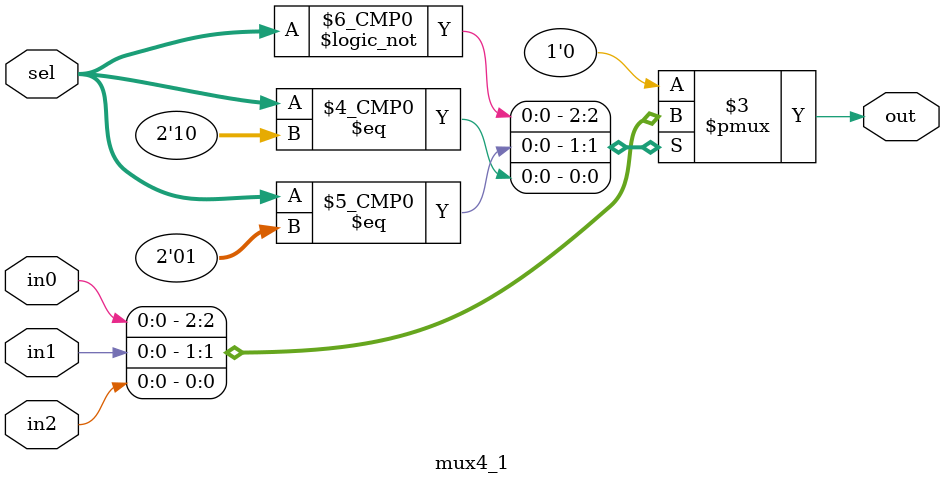
<source format=v>
module mux4_1 #(parameter DATA_WIDTH=1)(

    input   wire   [DATA_WIDTH-1:0] in0,in1,in2,
    input   wire   [1:0]            sel,
    output  reg    [DATA_WIDTH-1:0] out  
);

always @(*)
   begin
        case (sel)
        2'b00: out =in0;
        2'b01: out =in1;
        2'b10: out =in2;
        default: out='b0;
        endcase     
   end
endmodule


</source>
